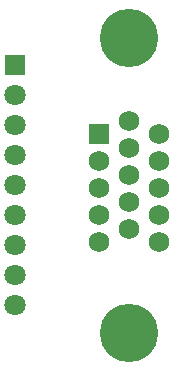
<source format=gbs>
G04*
G04 #@! TF.GenerationSoftware,Altium Limited,Altium Designer,20.1.14 (287)*
G04*
G04 Layer_Color=16711935*
%FSLAX24Y24*%
%MOIN*%
G70*
G04*
G04 #@! TF.SameCoordinates,19A3D798-3CF0-405C-A59C-C3945E4A3CB0*
G04*
G04*
G04 #@! TF.FilePolarity,Negative*
G04*
G01*
G75*
%ADD13C,0.1949*%
%ADD14C,0.0689*%
%ADD15R,0.0689X0.0689*%
%ADD16R,0.0709X0.0709*%
%ADD17C,0.0709*%
D13*
X4400Y11072D02*
D03*
Y1234D02*
D03*
D14*
X3400Y6955D02*
D03*
X5400D02*
D03*
Y7856D02*
D03*
X3400Y6053D02*
D03*
Y5152D02*
D03*
Y4250D02*
D03*
X5400Y6053D02*
D03*
Y5152D02*
D03*
Y4250D02*
D03*
X4400Y8305D02*
D03*
Y7404D02*
D03*
Y6502D02*
D03*
Y5600D02*
D03*
Y4699D02*
D03*
D15*
X3400Y7856D02*
D03*
D16*
X600Y10150D02*
D03*
D17*
Y9150D02*
D03*
Y8150D02*
D03*
Y7150D02*
D03*
Y6150D02*
D03*
Y5150D02*
D03*
Y4150D02*
D03*
Y3150D02*
D03*
Y2150D02*
D03*
M02*

</source>
